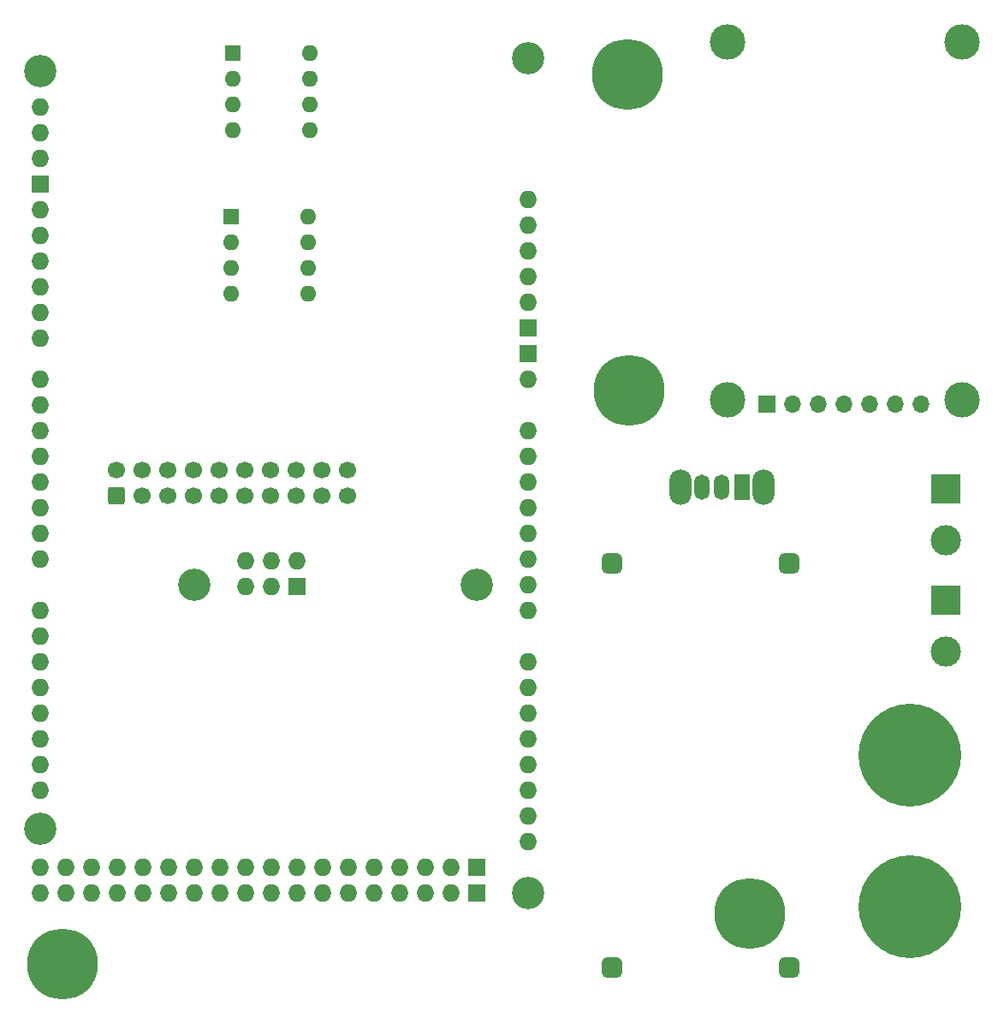
<source format=gbs>
G04 #@! TF.GenerationSoftware,KiCad,Pcbnew,(7.0.0)*
G04 #@! TF.CreationDate,2023-05-12T10:49:53+02:00*
G04 #@! TF.ProjectId,BMS_Project,424d535f-5072-46f6-9a65-63742e6b6963,rev?*
G04 #@! TF.SameCoordinates,Original*
G04 #@! TF.FileFunction,Soldermask,Bot*
G04 #@! TF.FilePolarity,Negative*
%FSLAX46Y46*%
G04 Gerber Fmt 4.6, Leading zero omitted, Abs format (unit mm)*
G04 Created by KiCad (PCBNEW (7.0.0)) date 2023-05-12 10:49:53*
%MOMM*%
%LPD*%
G01*
G04 APERTURE LIST*
G04 Aperture macros list*
%AMRoundRect*
0 Rectangle with rounded corners*
0 $1 Rounding radius*
0 $2 $3 $4 $5 $6 $7 $8 $9 X,Y pos of 4 corners*
0 Add a 4 corners polygon primitive as box body*
4,1,4,$2,$3,$4,$5,$6,$7,$8,$9,$2,$3,0*
0 Add four circle primitives for the rounded corners*
1,1,$1+$1,$2,$3*
1,1,$1+$1,$4,$5*
1,1,$1+$1,$6,$7*
1,1,$1+$1,$8,$9*
0 Add four rect primitives between the rounded corners*
20,1,$1+$1,$2,$3,$4,$5,0*
20,1,$1+$1,$4,$5,$6,$7,0*
20,1,$1+$1,$6,$7,$8,$9,0*
20,1,$1+$1,$8,$9,$2,$3,0*%
G04 Aperture macros list end*
%ADD10C,10.160000*%
%ADD11C,7.000000*%
%ADD12R,3.000000X3.000000*%
%ADD13C,3.000000*%
%ADD14RoundRect,0.500000X0.500000X-0.500000X0.500000X0.500000X-0.500000X0.500000X-0.500000X-0.500000X0*%
%ADD15RoundRect,0.250000X0.600000X-0.600000X0.600000X0.600000X-0.600000X0.600000X-0.600000X-0.600000X0*%
%ADD16C,1.700000*%
%ADD17R,1.600000X1.600000*%
%ADD18O,1.600000X1.600000*%
%ADD19C,3.500000*%
%ADD20R,1.700000X1.700000*%
%ADD21O,1.700000X1.700000*%
%ADD22O,2.200000X3.500000*%
%ADD23R,1.500000X2.500000*%
%ADD24O,1.500000X2.500000*%
%ADD25C,3.200000*%
%ADD26O,1.727200X1.727200*%
%ADD27R,1.727200X1.727200*%
G04 APERTURE END LIST*
D10*
X190000000Y-111000000D03*
D11*
X162100000Y-43700000D03*
D12*
X193599999Y-84659999D03*
D13*
X193600000Y-89740000D03*
D14*
X160550000Y-132050000D03*
X178050000Y-132050000D03*
X160550000Y-92050000D03*
X178050000Y-92050000D03*
D12*
X193599999Y-95659999D03*
D13*
X193600000Y-100740000D03*
D11*
X174200000Y-126700000D03*
X106200000Y-131700000D03*
X162200000Y-75000000D03*
D15*
X111540000Y-85340000D03*
D16*
X111540000Y-82800000D03*
X114080000Y-85340000D03*
X114080000Y-82800000D03*
X116620000Y-85340000D03*
X116620000Y-82800000D03*
X119160000Y-85340000D03*
X119160000Y-82800000D03*
X121700000Y-85340000D03*
X121700000Y-82800000D03*
X124240000Y-85340000D03*
X124240000Y-82800000D03*
X126780000Y-85340000D03*
X126780000Y-82800000D03*
X129320000Y-85340000D03*
X129320000Y-82800000D03*
X131860000Y-85340000D03*
X131860000Y-82800000D03*
X134400000Y-85340000D03*
X134400000Y-82800000D03*
D10*
X190000000Y-126000000D03*
D17*
X122999999Y-41599999D03*
D18*
X122999999Y-44139999D03*
X122999999Y-46679999D03*
X122999999Y-49219999D03*
X130619999Y-49219999D03*
X130619999Y-46679999D03*
X130619999Y-44139999D03*
X130619999Y-41599999D03*
D17*
X122899999Y-57799999D03*
D18*
X122899999Y-60339999D03*
X122899999Y-62879999D03*
X122899999Y-65419999D03*
X130519999Y-65419999D03*
X130519999Y-62879999D03*
X130519999Y-60339999D03*
X130519999Y-57799999D03*
D19*
X171950000Y-75850000D03*
X195200000Y-75850000D03*
X171950000Y-40500000D03*
X195200000Y-40500000D03*
D20*
X175869999Y-76349999D03*
D21*
X178409999Y-76349999D03*
X180949999Y-76349999D03*
X183489999Y-76349999D03*
X186029999Y-76349999D03*
X188569999Y-76349999D03*
X191109999Y-76349999D03*
D22*
X175499999Y-84499999D03*
X167299999Y-84499999D03*
D23*
X173399999Y-84499999D03*
D24*
X171399999Y-84499999D03*
X169399999Y-84499999D03*
D25*
X152230000Y-42140000D03*
X103970000Y-43410000D03*
D26*
X152229999Y-56109999D03*
D25*
X147150000Y-94210000D03*
X119210000Y-94210000D03*
X103970000Y-118340000D03*
X152230000Y-124690000D03*
D26*
X152229999Y-63729999D03*
X152229999Y-66269999D03*
X124289999Y-94336999D03*
X103969999Y-122149999D03*
X103969999Y-124689999D03*
X152229999Y-78969999D03*
X152229999Y-81509999D03*
X152229999Y-84049999D03*
X152229999Y-86589999D03*
X152229999Y-89129999D03*
X152229999Y-91669999D03*
X152229999Y-94209999D03*
X152229999Y-96749999D03*
X152229999Y-101829999D03*
X152229999Y-104369999D03*
X152229999Y-106909999D03*
X152229999Y-109449999D03*
X152229999Y-111989999D03*
X152229999Y-114529999D03*
X152229999Y-117069999D03*
X152229999Y-119609999D03*
X103969999Y-52045999D03*
X103969999Y-91669999D03*
X103969999Y-89129999D03*
X103969999Y-86589999D03*
X103969999Y-84049999D03*
X103969999Y-81509999D03*
X103969999Y-78969999D03*
X103969999Y-76429999D03*
X103969999Y-73889999D03*
X103969999Y-69825999D03*
X103969999Y-67285999D03*
X103969999Y-64745999D03*
X103969999Y-62205999D03*
X103969999Y-59665999D03*
X103969999Y-57125999D03*
X103969999Y-96749999D03*
X103969999Y-99289999D03*
X103969999Y-101829999D03*
X103969999Y-104369999D03*
X103969999Y-106909999D03*
X103969999Y-109449999D03*
X103969999Y-111989999D03*
X103969999Y-114529999D03*
X106509999Y-122149999D03*
X106509999Y-124689999D03*
X109049999Y-122149999D03*
X109049999Y-124689999D03*
X111589999Y-122149999D03*
X111589999Y-124689999D03*
X114129999Y-122149999D03*
X114129999Y-124689999D03*
X116669999Y-122149999D03*
X116669999Y-124689999D03*
X119209999Y-122149999D03*
X119209999Y-124689999D03*
X121749999Y-122149999D03*
X121749999Y-124689999D03*
X124289999Y-122149999D03*
X124289999Y-124689999D03*
X126829999Y-122149999D03*
X126829999Y-124689999D03*
X129369999Y-122149999D03*
X129369999Y-124689999D03*
X131909999Y-122149999D03*
X131909999Y-124689999D03*
X134449999Y-122149999D03*
X134449999Y-124689999D03*
X136989999Y-122149999D03*
X136989999Y-124689999D03*
X139529999Y-122149999D03*
X139529999Y-124689999D03*
X142069999Y-122149999D03*
X142069999Y-124689999D03*
X144609999Y-122149999D03*
X144609999Y-124689999D03*
D27*
X103969999Y-54585999D03*
X152229999Y-68809999D03*
X152229999Y-71349999D03*
X129369999Y-94336999D03*
X147149999Y-122149999D03*
X147149999Y-124689999D03*
D26*
X152229999Y-58649999D03*
X124289999Y-91796999D03*
X126829999Y-94336999D03*
X152229999Y-61189999D03*
X129369999Y-91796999D03*
X126829999Y-91796999D03*
X103969999Y-46965999D03*
X103969999Y-49505999D03*
X152229999Y-73889999D03*
M02*

</source>
